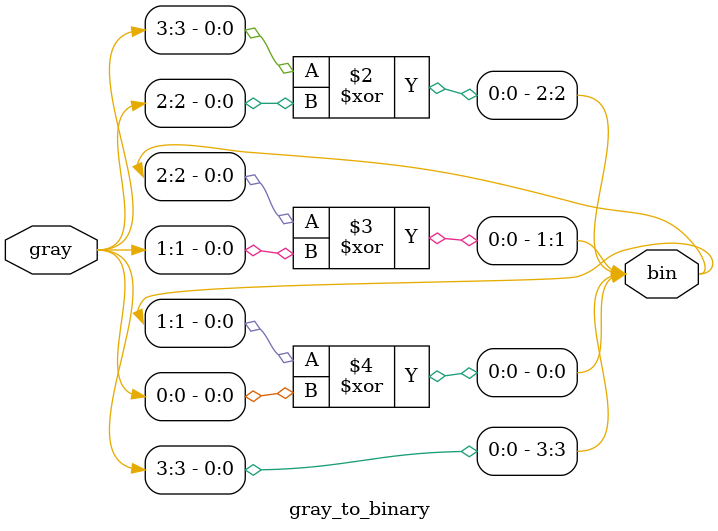
<source format=v>
module gray_to_binary (
    input  [3:0] gray,   // 4-bit Gray code input
    output reg [3:0] bin // 4-bit Binary output (declared as reg for procedural assignment)
);

    always @(*) begin
        // The binary MSB is equal to the Gray MSB
        bin[3] = gray[3];
        
        // Each subsequent binary bit is the XOR of the 
        // current Gray bit and the previous binary bit
        bin[2] = bin[3] ^ gray[2];
        bin[1] = bin[2] ^ gray[1];
        bin[0] = bin[1] ^ gray[0];
    end

endmodule

</source>
